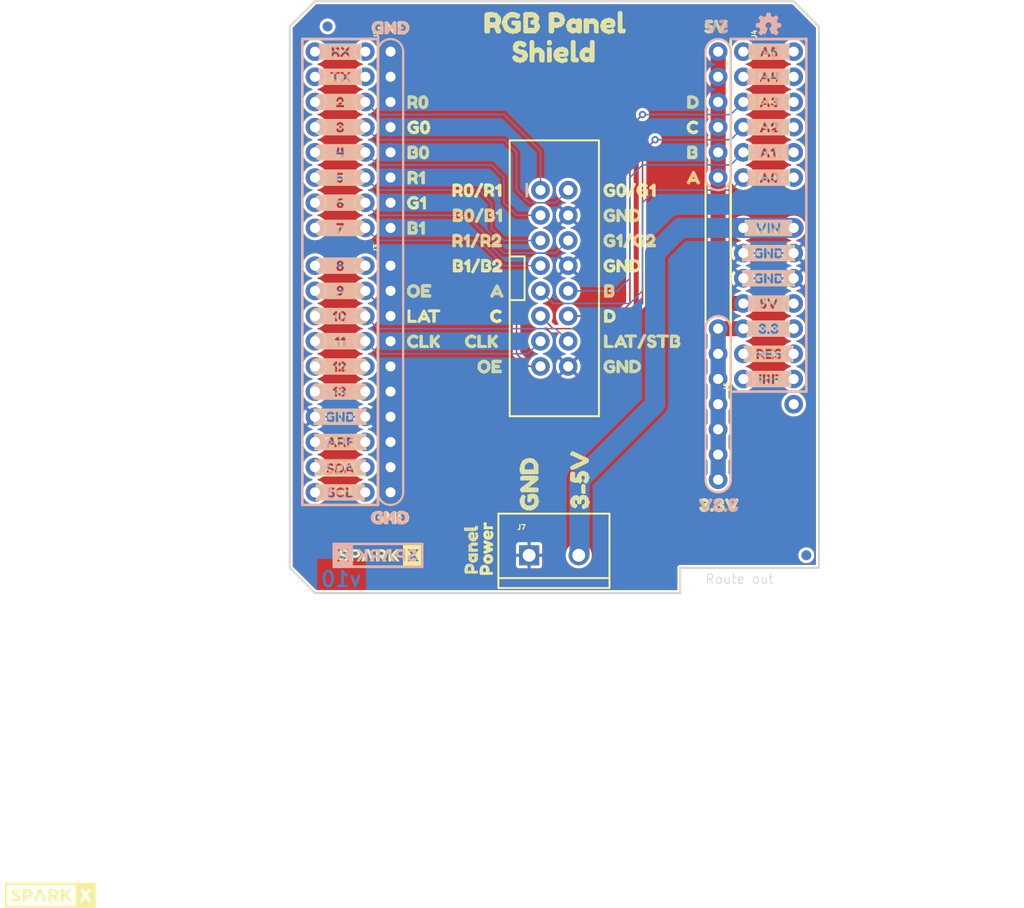
<source format=kicad_pcb>
(kicad_pcb (version 20211014) (generator pcbnew)
  (layers (0 "F.Cu" signal) (31 "B.Cu" signal) (34 "B.Paste" user) (35 "F.Paste" user) (36 "B.SilkS" user "B.Silkscreen") (37 "F.SilkS" user "F.Silkscreen") (38 "B.Mask" user) (39 "F.Mask" user) (44 "Edge.Cuts" user))
  (net 0 "")
  (net 1 "GND")
  (net 2 "3.3V")
  (net 3 "A4")
  (net 4 "A5")
  (net 5 "5V")
  (net 6 "RX")
  (net 7 "TX")
  (net 8 "D8")
  (net 9 "D12")
  (net 10 "D13")
  (net 11 "AREF")
  (net 12 "IOREF")
  (net 13 "RES")
  (net 14 "VIN")
  (net 15 "SCL1")
  (net 16 "SDA1")
  (net 17 "G0")
  (net 18 "R0")
  (net 19 "B0")
  (net 20 "R1")
  (net 21 "B1")
  (net 22 "A")
  (net 23 "C")
  (net 24 "CLK")
  (net 25 "OE")
  (net 26 "LAT")
  (net 27 "D")
  (net 28 "B")
  (net 29 "G1")
  (footprint "eagleBoard:GND40" (layer "F.Cu") (at 128.9431 127.2286)
    (fp_text reference "U$21" hide)
    (fp_text value "" hide)
  )
  (footprint "eagleBoard:1X10_NO_SILK" (layer "F.Cu") (at 129.4511 101.8286 -90)
    (fp_text reference "J3" (at -1.27 -1.397 -90) (layer "F.SilkS") (effects (font (size 0.48768 0.48768) (thickness 0.12192)) (justify left bottom)))
    (fp_text value "")
    (pad "1" thru_hole circle (at 0 0) (size 1.8796 1.8796) (drill 1.016) (layers *.Cu *.Mask) (net 8 "D8"))
    (pad "2" thru_hole circle (at 2.54 0) (size 1.8796 1.8796) (drill 1.016) (layers *.Cu *.Mask) (net 25 "OE"))
    (pad "3" thru_hole circle (at 5.08 0) (size 1.8796 1.8796) (drill 1.016) (layers *.Cu *.Mask) (net 26 "LAT"))
    (pad "4" thru_hole circle (at 7.62 0) (size 1.8796 1.8796) (drill 1.016) (layers *.Cu *.Mask) (net 24 "CLK"))
    (pad "5" thru_hole circle (at 10.16 0) (size 1.8796 1.8796) (drill 1.016) (layers *.Cu *.Mask) (net 9 "D12"))
    (pad "6" thru_hole circle (at 12.7 0) (size 1.8796 1.8796) (drill 1.016) (layers *.Cu *.Mask) (net 10 "D13"))
    (pad "7" thru_hole circle (at 15.24 0) (size 1.8796 1.8796) (drill 1.016) (layers *.Cu *.Mask) (net 1 "GND"))
    (pad "8" thru_hole circle (at 17.78 0) (size 1.8796 1.8796) (drill 1.016) (layers *.Cu *.Mask) (net 11 "AREF"))
    (pad "9" thru_hole circle (at 20.32 0) (size 1.8796 1.8796) (drill 1.016) (layers *.Cu *.Mask) (net 16 "SDA1"))
    (pad "10" thru_hole circle (at 22.86 0) (size 1.8796 1.8796) (drill 1.016) (layers *.Cu *.Mask) (net 15 "SCL1"))
  )
  (footprint "eagleBoard:G14" (layer "F.Cu") (at 132.4991 95.4786)
    (fp_text reference "U$118" hide)
    (fp_text value "" hide)
  )
  (footprint "eagleBoard:GND48" (layer "F.Cu") (at 152.3111 101.8286)
    (fp_text reference "U$38" hide)
    (fp_text value "" hide)
  )
  (footprint "eagleBoard:1X08_NO_SILK" (layer "F.Cu") (at 129.4511 80.2386 -90)
    (fp_text reference "J2" (at -1.27 -1.397 -90) (layer "F.SilkS") (effects (font (size 0.48768 0.48768) (thickness 0.12192)) (justify left bottom)))
    (fp_text value "")
    (pad "1" thru_hole circle (at 0 0) (size 1.8796 1.8796) (drill 1.016) (layers *.Cu *.Mask) (net 6 "RX"))
    (pad "2" thru_hole circle (at 2.54 0) (size 1.8796 1.8796) (drill 1.016) (layers *.Cu *.Mask) (net 7 "TX"))
    (pad "3" thru_hole circle (at 5.08 0) (size 1.8796 1.8796) (drill 1.016) (layers *.Cu *.Mask) (net 18 "R0"))
    (pad "4" thru_hole circle (at 7.62 0) (size 1.8796 1.8796) (drill 1.016) (layers *.Cu *.Mask) (net 17 "G0"))
    (pad "5" thru_hole circle (at 10.16 0) (size 1.8796 1.8796) (drill 1.016) (layers *.Cu *.Mask) (net 19 "B0"))
    (pad "6" thru_hole circle (at 12.7 0) (size 1.8796 1.8796) (drill 1.016) (layers *.Cu *.Mask) (net 20 "R1"))
    (pad "7" thru_hole circle (at 15.24 0) (size 1.8796 1.8796) (drill 1.016) (layers *.Cu *.Mask) (net 29 "G1"))
    (pad "8" thru_hole circle (at 17.78 0) (size 1.8796 1.8796) (drill 1.016) (layers *.Cu *.Mask) (net 21 "B1"))
  )
  (footprint "eagleBoard:____11____11" (layer "F.Cu") (at 123.9901 109.4486)
    (fp_text reference "U$17" hide)
    (fp_text value "" hide)
  )
  (footprint "eagleBoard:__A2__21" (layer "F.Cu") (at 167.5511 87.8586)
    (fp_text reference "U$47" hide)
    (fp_text value "" hide)
  )
  (footprint "eagleBoard:__RES__28" (layer "F.Cu") (at 167.1701 110.7186)
    (fp_text reference "U$57" hide)
    (fp_text value "" hide)
  )
  (footprint "eagleBoard:GND2" (layer "F.Cu") (at 145.9611 128.1176 90)
    (fp_text reference "U$11" hide)
    (fp_text value "" hide)
  )
  (footprint "eagleBoard:B15" (layer "F.Cu") (at 132.4991 98.0186)
    (fp_text reference "U$112" hide)
    (fp_text value "" hide)
  )
  (footprint "eagleBoard:CLK38" (layer "F.Cu") (at 132.4991 109.4486)
    (fp_text reference "U$121" hide)
    (fp_text value "" hide)
  )
  (footprint "eagleBoard:1X07_NO_SILK" (layer "F.Cu") (at 167.5511 113.2586 90)
    (fp_text reference "J6" (at -1.27 -1.397 90) (layer "F.SilkS") (effects (font (size 0.48768 0.48768) (thickness 0.12192)) (justify left bottom)))
    (fp_text value "")
    (pad "1" thru_hole circle (at 0 0 180) (size 1.8796 1.8796) (drill 1.016) (layers *.Cu *.Mask) (net 12 "IOREF"))
    (pad "2" thru_hole circle (at 2.54 0 180) (size 1.8796 1.8796) (drill 1.016) (layers *.Cu *.Mask) (net 13 "RES"))
    (pad "3" thru_hole circle (at 5.08 0 180) (size 1.8796 1.8796) (drill 1.016) (layers *.Cu *.Mask) (net 2 "3.3V"))
    (pad "4" thru_hole circle (at 7.62 0 180) (size 1.8796 1.8796) (drill 1.016) (layers *.Cu *.Mask) (net 5 "5V"))
    (pad "5" thru_hole circle (at 10.16 0 180) (size 1.8796 1.8796) (drill 1.016) (layers *.Cu *.Mask) (net 1 "GND"))
    (pad "6" thru_hole circle (at 12.7 0 180) (size 1.8796 1.8796) (drill 1.016) (layers *.Cu *.Mask) (net 1 "GND"))
    (pad "7" thru_hole circle (at 15.24 0 180) (size 1.8796 1.8796) (drill 1.016) (layers *.Cu *.Mask) (net 14 "VIN"))
  )
  (footprint "eagleBoard:__GND__25" (layer "F.Cu") (at 166.9161 100.5586)
    (fp_text reference "U$55" hide)
    (fp_text value "" hide)
  )
  (footprint "eagleBoard:FIDUCIAL-1X2" (layer "F.Cu") (at 173.9011 131.0386)
    (fp_text reference "FD1" hide)
    (fp_text value "FIDUCIAL1X2" hide)
    (pad "1" smd roundrect (at 0 0) (size 1 1) (layers "F.Cu" "F.Mask") (roundrect_rratio 0.5))
  )
  (footprint "eagleBoard:SPARKX-MEDIUM" (layer "F.Cu") (at 130.7211 131.0386)
    (fp_text reference "U$2" hide)
    (fp_text value "" hide)
  )
  (footprint "eagleBoard:A36" (layer "F.Cu") (at 140.8811 104.3686)
    (fp_text reference "U$28" hide)
    (fp_text value "" hide)
  )
  (footprint "eagleBoard:__SCL__17" (layer "F.Cu") (at 123.9901 124.6886)
    (fp_text reference "U$58" hide)
    (fp_text value "" hide)
  )
  (footprint "eagleBoard:D42" (layer "F.Cu") (at 152.3111 106.9086)
    (fp_text reference "U$34" hide)
    (fp_text value "" hide)
  )
  (footprint "eagleBoard:B43" (layer "F.Cu") (at 152.3111 104.3686)
    (fp_text reference "U$31" hide)
    (fp_text value "" hide)
  )
  (footprint "eagleBoard:R0#R131" (layer "F.Cu") (at 137.0711 94.2086)
    (fp_text reference "U$41" hide)
    (fp_text value "" hide)
  )
  (footprint "eagleBoard:____3____3" (layer "F.Cu") (at 124.1171 87.8586)
    (fp_text reference "U$7" hide)
    (fp_text value "" hide)
  )
  (footprint "eagleBoard:SPARKX-MEDIUM" (layer "F.Cu") (at 97.7011 165.3286)
    (fp_text reference "U$91" hide)
    (fp_text value "SPARKX-LOGO4" hide)
  )
  (footprint "eagleBoard:____13____13" (layer "F.Cu") (at 123.7361 114.5286)
    (fp_text reference "U$20" hide)
    (fp_text value "" hide)
  )
  (footprint "eagleBoard:SCREWTERMINAL-5MM-2" (layer "F.Cu") (at 145.9611 131.0386)
    (fp_text reference "J7" (at -1.27 -2.54) (layer "F.SilkS") (effects (font (size 0.48768 0.48768) (thickness 0.12192)) (justify left bottom)))
    (fp_text value "Screw Terminal")
    (pad "1" thru_hole rect (at 0 0) (size 2.032 2.032) (drill 1.3) (layers *.Cu *.Mask) (net 1 "GND"))
    (pad "2" thru_hole circle (at 5 0) (size 2.032 2.032) (drill 1.3) (layers *.Cu *.Mask) (net 14 "VIN"))
  )
  (footprint "eagleBoard:____12____12" (layer "F.Cu") (at 123.7361 111.9886)
    (fp_text reference "U$18" hide)
    (fp_text value "" hide)
  )
  (footprint "eagleBoard:SHIELD0" (layer "F.Cu") (at 142.4051 80.2386)
    (fp_text reference "U$124" hide)
    (fp_text value "" hide)
  )
  (footprint "eagleBoard:C37" (layer "F.Cu") (at 140.8811 106.9086)
    (fp_text reference "U$32" hide)
    (fp_text value "" hide)
  )
  (footprint "eagleBoard:LAT0" (layer "F.Cu") (at 132.4991 106.9086)
    (fp_text reference "U$123" hide)
    (fp_text value "" hide)
  )
  (footprint "eagleBoard:G01" (layer "F.Cu") (at 132.4991 87.8586)
    (fp_text reference "U$117" hide)
    (fp_text value "" hide)
  )
  (footprint "eagleBoard:CLK38" (layer "F.Cu") (at 138.3411 109.4486)
    (fp_text reference "U$33" hide)
    (fp_text value "" hide)
  )
  (footprint "eagleBoard:PANEL0" (layer "F.Cu") (at 140.1191 134.0866 90)
    (fp_text reference "U$16" hide)
    (fp_text value "" hide)
  )
  (footprint "eagleBoard:__3#3__27" (layer "F.Cu") (at 167.4241 108.1786)
    (fp_text reference "U$45" hide)
    (fp_text value "" hide)
  )
  (footprint "eagleBoard:LAT#STB41" (layer "F.Cu") (at 152.3111 109.4486)
    (fp_text reference "U$39" hide)
    (fp_text value "" hide)
  )
  (footprint "eagleBoard:R12" (layer "F.Cu") (at 132.4991 92.9386)
    (fp_text reference "U$120" hide)
    (fp_text value "" hide)
  )
  (footprint "eagleBoard:____10____10" (layer "F.Cu") (at 123.7361 106.9086)
    (fp_text reference "U$15" hide)
    (fp_text value "" hide)
  )
  (footprint "eagleBoard:__IRF__29" (layer "F.Cu") (at 167.4241 113.2586)
    (fp_text reference "U$56" hide)
    (fp_text value "" hide)
  )
  (footprint "eagleBoard:RGB_PANEL2" (layer "F.Cu") (at 139.6111 77.3176)
    (fp_text reference "U$23" hide)
    (fp_text value "" hide)
  )
  (footprint "eagleBoard:____2____1" (layer "F.Cu") (at 124.1171 85.3186)
    (fp_text reference "U$6" hide)
    (fp_text value "" hide)
  )
  (footprint "eagleBoard:D42" (layer "F.Cu") (at 160.6931 85.3186)
    (fp_text reference "U$1" hide)
    (fp_text value "" hide)
  )
  (footprint "eagleBoard:3#5V3" (layer "F.Cu") (at 151.0411 127.9906 90)
    (fp_text reference "U$5" hide)
    (fp_text value "" hide)
  )
  (footprint "eagleBoard:__A3__20" (layer "F.Cu") (at 167.5511 85.3186)
    (fp_text reference "U$49" hide)
    (fp_text value "" hide)
  )
  (footprint "eagleBoard:3#3V46" (layer "F.Cu") (at 161.9631 125.9586)
    (fp_text reference "U$25" hide)
    (fp_text value "" hide)
  )
  (footprint "eagleBoard:__TX__0" (layer "F.Cu") (at 124.2441 82.7786)
    (fp_text reference "U$60" hide)
    (fp_text value "" hide)
  )
  (footprint "eagleBoard:G0#G145" (layer "F.Cu") (at 152.3111 94.2086)
    (fp_text reference "U$35" hide)
    (fp_text value "" hide)
  )
  (footprint "eagleBoard:B03" (layer "F.Cu") (at 132.4991 90.3986)
    (fp_text reference "U$116" hide)
    (fp_text value "" hide)
  )
  (footprint "eagleBoard:FIDUCIAL-1X2" (layer "F.Cu") (at 125.6411 77.6986)
    (fp_text reference "FD2" hide)
    (fp_text value "FIDUCIAL1X2" hide)
    (pad "1" smd roundrect (at 0 0) (size 1 1) (layers "F.Cu" "F.Mask") (roundrect_rratio 0.5))
  )
  (footprint "eagleBoard:____4____4" (layer "F.Cu") (at 124.1171 90.3986)
    (fp_text reference "U$8" hide)
    (fp_text value "" hide)
  )
  (footprint "eagleBoard:B43" (layer "F.Cu") (at 160.6931 90.3986)
    (fp_text reference "U$114" hide)
    (fp_text value "" hide)
  )
  (footprint "eagleBoard:____9____9" (layer "F.Cu") (at 124.1171 104.3686)
    (fp_text reference "U$14" hide)
    (fp_text value "" hide)
  )
  (footprint "eagleBoard:1X06_NO_SILK" (layer "F.Cu") (at 167.5511 80.2386 -90)
    (fp_text reference "J4" (at -1.27 -1.397 -90) (layer "F.SilkS") (effects (font (size 0.48768 0.48768) (thickness 0.12192)) (justify left bottom)))
    (fp_text value "")
    (pad "1" thru_hole circle (at 0 0) (size 1.8796 1.8796) (drill 1.016) (layers *.Cu *.Mask) (net 4 "A5"))
    (pad "2" thru_hole circle (at 2.54 0) (size 1.8796 1.8796) (drill 1.016) (layers *.Cu *.Mask) (net 3 "A4"))
    (pad "3" thru_hole circle (at 5.08 0) (size 1.8796 1.8796) (drill 1.016) (layers *.Cu *.Mask) (net 27 "D"))
    (pad "4" thru_hole circle (at 7.62 0) (size 1.8796 1.8796) (drill 1.016) (layers *.Cu *.Mask) (net 23 "C"))
    (pad "5" thru_hole circle (at 10.16 0) (size 1.8796 1.8796) (drill 1.016) (layers *.Cu *.Mask) (net 28 "B"))
    (pad "6" thru_hole circle (at 12.7 0) (size 1.8796 1.8796) (drill 1.016) (layers *.Cu *.Mask) (net 22 "A"))
  )
  (footprint "eagleBoard:GND40" (layer "F.Cu") (at 152.3111 111.9886)
    (fp_text reference "U$37" hide)
    (fp_text value "" hide)
  )
  (footprint "eagleBoard:B1#B235" (layer "F.Cu") (at 137.0711 101.8286)
    (fp_text reference "U$30" hide)
    (fp_text value "" hide)
  )
  (footprint "eagleBoard:__A0__23" (layer "F.Cu") (at 167.5511 92.9386)
    (fp_text reference "U$44" hide)
    (fp_text value "" hide)
  )
  (footprint "eagleBoard:OE39" (layer "F.Cu") (at 132.4991 104.3686)
    (fp_text reference "U$122" hide)
    (fp_text value "" hide)
  )
  (footprint "eagleBoard:__RX__0" (layer "F.Cu") (at 124.3711 80.2386)
    (fp_text reference "U$24" hide)
    (fp_text value "" hide)
  )
  (footprint "eagleBoard:____5____5" (layer "F.Cu") (at 124.1171 92.9386)
    (fp_text reference "U$9" hide)
    (fp_text value "" hide)
  )
  (footprint "eagleBoard:R00" (layer "F.Cu") (at 132.4991 85.3186)
    (fp_text reference "U$119" hide)
    (fp_text value "" hide)
  )
  (footprint "eagleBoard:5V47" (layer "F.Cu") (at 162.4711 77.6986)
    (fp_text reference "U$26" hide)
    (fp_text value "" hide)
  )
  (footprint "eagleBoard:2X8-SHROUDED_LOCK" (layer "F.Cu") (at 148.5011 103.0986)
    (fp_text reference "J8" hide)
    (fp_text value "SparkFun Panel" hide)
    (pad "1" thru_hole circle (at -1.397 -8.89 270) (size 1.8796 1.8796) (drill 1.016) (layers *.Cu *.Mask) (net 18 "R0"))
    (pad "2" thru_hole circle (at 1.397 -8.89 270) (size 1.8796 1.8796) (drill 1.016) (layers *.Cu *.Mask) (net 17 "G0"))
    (pad "3" thru_hole circle (at -1.397 -6.35 270) (size 1.8796 1.8796) (drill 1.016) (layers *.Cu *.Mask) (net 19 "B0"))
    (pad "4" thru_hole circle (at 1.397 -6.35 270) (size 1.8796 1.8796) (drill 1.016) (layers *.Cu *.Mask) (net 1 "GND"))
    (pad "5" thru_hole circle (at -1.397 -3.81 270) (size 1.8796 1.8796) (drill 1.016) (layers *.Cu *.Mask) (net 20 "R1"))
    (pad "6" thru_hole circle (at 1.397 -3.81 270) (size 1.8796 1.8796) (drill 1.016) (layers *.Cu *.Mask) (net 29 "G1"))
    (pad "7" thru_hole circle (at -1.397 -1.27 270) (size 1.8796 1.8796) (drill 1.016) (layers *.Cu *.Mask) (net 21 "B1"))
    (pad "8" thru_hole circle (at 1.397 -1.27 270) (size 1.8796 1.8796) (drill 1.016) (layers *.Cu *.Mask) (net 1 "GND"))
    (pad "9" thru_hole circle (at -1.397 1.27 270) (size 1.8796 1.8796) (drill 1.016) (layers *.Cu *.Mask) (net 22 "A"))
    (pad "10" thru_hole circle (at 1.397 1.27 270) (size 1.8796 1.8796) (drill 1.016) (layers *.Cu *.Mask) (net 28 "B"))
    (pad "11" thru_hole circle (at -1.397 3.81 270) (size 1.8796 1.8796) (drill 1.016) (layers *.Cu *.Mask) (net 23 "C"))
    (pad "12" thru_hole circle (at 1.397 3.81 270) (size 1.8796 1.8796) (drill 1.016) (layers *.Cu *.Mask) (net 27 "D"))
    (pad "13" thru_hole circle (at -1.397 6.35 270) (size 1.8796 1.8796) (drill 1.016) (layers *.Cu *.Mask) (net 24 "CLK"))
    (pad "14" thru_hole circle (at 1.397 6.35 270) (size 1.8796 1.8796) (drill 1.016) (layers *.Cu *.Mask) (net 26 "LAT"))
    (pad "15" thru_hole circle (at -1.397 8.89 270) (size 1.8796 1.8796) (drill 1.016) (layers *.Cu *.Mask) (net 25 "OE"))
    (pad "16" thru_hole circle (at 1.397 8.89 270) (size 1.8796 1.8796) (drill 1.016) (layers *.Cu *.Mask) (net 1 "GND"))
  )
  (footprint "eagleBoard:__A4__19" (layer "F.Cu") (at 167.5511 82.7786)
    (fp_text reference "U$50" hide)
    (fp_text value "" hide)
  )
  (footprint "eagleBoard:GND48" (layer "F.Cu") (at 152.3111 96.7486)
    (fp_text reference "U$4" hide)
    (fp_text value "" hide)
  )
  (footprint "eagleBoard:G1#G244" (layer "F.Cu") (at 152.3111 99.2886)
    (fp_text reference "U$36" hide)
    (fp_text value "" hide)
  )
  (footprint "eagleBoard:OE39" (layer "F.Cu") (at 139.6111 111.9886)
    (fp_text reference "U$40" hide)
    (fp_text value "" hide)
  )
  (footprint "eagleBoard:B0#B132" (layer "F.Cu") (at 137.0711 96.7486)
    (fp_text reference "U$29" hide)
    (fp_text value "" hide)
  )
  (footprint "eagleBoard:GND40" (layer "F.Cu") (at 128.9431 77.8256)
    (fp_text reference "U$22" hide)
    (fp_text value "" hide)
  )
  (footprint "eagleBoard:__VIN__24" (layer "F.Cu") (at 167.1701 98.0186)
    (fp_text reference "U$61" hide)
    (fp_text value "" hide)
  )
  (footprint "eagleBoard:__ARF__15" (layer "F.Cu") (at 123.8631 119.6086)
    (fp_text reference "U$52" hide)
    (fp_text value "" hide)
  )
  (footprint "eagleBoard:__GND__25" (layer "F.Cu") (at 166.9161 103.0986)
    (fp_text reference "U$54" hide)
    (fp_text value "" hide)
  )
  (footprint "eagleBoard:C37" (layer "F.Cu") (at 160.6931 87.8586)
    (fp_text reference "U$113" hide)
    (fp_text value "" hide)
  )
  (footprint "eagleBoard:UNO_R3_SHIELD_NOLABELS" (layer "F.Cu") (at 121.8311 134.8486)
    (fp_text reference "U1" hide)
    (fp_text value "ARDUINO UNO" hide)
    (pad "3.3V" thru_hole circle (at 50.8 -26.67 90) (size 1.8796 1.8796) (drill 1.016) (layers *.Cu *.Mask) (net 2 "3.3V"))
    (pad "5V" thru_hole circle (at 50.8 -29.21 90) (size 1.8796 1.8796) (drill 1.016) (layers *.Cu *.Mask) (net 5 "5V"))
    (pad "A0" thru_hole circle (at 50.8 -41.91 90) (size 1.8796 1.8796) (drill 1.016) (layers *.Cu *.Mask) (net 22 "A"))
    (pad "A1" thru_hole circle (at 50.8 -44.45 90) (size 1.8796 1.8796) (drill 1.016) (layers *.Cu *.Mask) (net 28 "B"))
    (pad "A2" thru_hole circle (at 50.8 -46.99 90) (size 1.8796 1.8796) (drill 1.016) (layers *.Cu *.Mask) (net 23 "C"))
    (pad "A3" thru_hole circle (at 50.8 -49.53 90) (size 1.8796 1.8796) (drill 1.016) (layers *.Cu *.Mask) (net 27 "D"))
    (pad "A4" thru_hole circle (at 50.8 -52.07 90) (size 1.8796 1.8796) (drill 1.016) (layers *.Cu *.Mask) (net 3 "A4"))
    (pad "A5" thru_hole circle (at 50.8 -54.61 90) (size 1.8796 1.8796) (drill 1.016) (layers *.Cu *.Mask) (net 4 "A5"))
    (pad "AREF" thru_hole circle (at 2.54 -15.24 90) (size 1.8796 1.8796) (drill 1.016) (layers *.Cu *.Mask) (net 11 "AREF"))
    (pad "D2" thru_hole circle (at 2.54 -49.53 90) (size 1.8796 1.8796) (drill 1.016) (layers *.Cu *.Mask) (net 18 "R0"))
    (pad "D3" thru_hole circle (at 2.54 -46.99 90) (size 1.8796 1.8796) (drill 1.016) (layers *.Cu *.Mask) (net 17 "G0"))
    (pad "D4" thru_hole circle (at 2.54 -44.45 90) (size 1.8796 1.8796) (drill 1.016) (layers *.Cu *.Mask) (net 19 "B0"))
    (pad "D5" thru_hole circle (at 2.54 -41.91 90) (size 1.8796 1.8796) (drill 1.016) (layers *.Cu *.Mask) (net 20 "R1"))
    (pad "D6" thru_hole circle (at 2.54 -39.37 90) (size 1.8796 1.8796) (drill 1.016) (layers *.Cu *.Mask) (net 29 "G1"))
    (pad "D7" thru_hole circle (at 2.54 -36.83 90) (size 1.8796 1.8796) (drill 1.016) (layers *.Cu *.Mask) (net 21 "B1"))
    (pad "D8" thru_hole circle (at 2.54 -33.02 90) (size 1.8796 1.8796) (drill 1.016) (layers *.Cu *.Mask) (net 8 "D8"))
    (pad "D9" thru_hole circle (at 2.54 -30.48 90) (size 1.8796 1.8796) (drill 1.016) (layers *.Cu *.Mask) (net 25 "OE"))
    (pad "D10" thru_hole circle (at 2.54 -27.94 90) (size 1.8796 1.8796) (drill 1.016) (layers *.Cu *.Mask) (net 26 "LAT"))
    (pad "D11" thru_hole circle (at 2.54 -25.4 90) (size 1.8796 1.8796) (drill 1.016) (layers *.Cu *.Mask) (net 24 "CLK"))
    (pad "D12" thru_hole circle (at 2.54 -22.86 90) (size 1.8796 1.8796) (drill 1.016) (layers *.Cu *.Mask) (net 9 "D12"))
    (pad "D13" thru_hole circle (at 2.54 -20.32 90) (size 1.8796 1.8796) (drill 1.016) (layers *.Cu *.Mask) (net 10 "D13"))
    (pad "GND@0" thru_hole circle (at 50.8 -31.75 90) (size 1.8796 1.8796) (drill 1.016) (layers *.Cu *.Mask) (net 1 "GND"))
    (pad "GND@1" thru_hole circle (at 50.8 -34.29 90) (size 1.8796 1.8796) (drill 1.016) (layers *.Cu *.Mask) (net 1 "GND"))
    (pad "GND@2" thru_hole circle (at 2.54 -17.78 90) (size 1.8796 1.8796) (drill 1.016) (layers *.Cu *.Mask) (net 1 "GND"))
    (pad "IOREF" thru_hole circle (at 50.8 -21.59 90) (size 1.8796 1.8796) (drill 1.016) (layers *.Cu *.Mask) (net 12 "IOREF"))
    (pad "NC" thru_hole circle (at 50.8 -19.05 90) (size 1.8796 1.8796) (drill 1.016) (layers *.Cu *.Mask))
    (pad "RES" thru_hole circle (at 50.8 -24.13 90) (size 1.8796 1.8796) (drill 1.016) (layers *.Cu *.Mask) (net 13 "RES"))
    (pad "RX" thru_hole circle (at 2.54 -54.61 90) (size 1.8796 1.8796) (drill 1.016) (layers *.Cu *.Mask) (net 6 "RX"))
    (pad "SCL" thru_hole circle (at 2.54 -10.16 90) (size 1.8796 1.8796) (drill 1.016) (layers *.Cu *.Mask) (net 15 "SCL1"))
    (pad "SDA" thru_hole circle (at 2.54 -12.7 90) (size 1.8796 1.8796) (drill 1.016) (layers *.Cu *.Mask) (net 16 "SDA1"))
    (pad "TX" thru_hole circle (at 2.54 -52.07 90) (size 1.8796 1.8796) (drill 1.016) (layers *.Cu *.Mask) (net 7 "TX"))
    (pad "VIN" thru_hole circle (at 50.8 -36.83 90) (size 1.8796 1.8796) (drill 1.016) (layers *.Cu *.Mask) (net 14 "VIN"))
  )
  (footprint "eagleBoard:__A5__18" (layer "F.Cu") (at 167.5511 80.2386)
    (fp_text reference "U$51" hide)
    (fp_text value "" hide)
  )
  (footprint "eagleBoard:____6____6" (layer "F.Cu") (at 124.1171 95.4786)
    (fp_text reference "U$10" hide)
    (fp_text value "" hide)
  )
  (footprint "eagleBoard:____7____7" (layer "F.Cu") (at 124.1171 98.0186)
    (fp_text reference "U$12" hide)
    (fp_text value "" hide)
  )
  (footprint "eagleBoard:CREATIVE_COMMONS" (layer "F.Cu") (at 112.9411 162.7886)
    (fp_text reference "FRAME1" hide)
    (fp_text value "FRAME-LETTER" hide)
  )
  (footprint "eagleBoard:__A1__22" (layer "F.Cu") (at 167.5511 90.3986)
    (fp_text reference "U$46" hide)
    (fp_text value "" hide)
  )
  (footprint "eagleBoard:R1#R234" (layer "F.Cu") (at 137.0711 99.2886)
    (fp_text reference "U$42" hide)
    (fp_text value "" hide)
  )
  (footprint "eagleBoard:____8____8" (layer "F.Cu") (at 124.1171 101.8286)
    (fp_text reference "U$13" hide)
    (fp_text value "" hide)
  )
  (footprint "eagleBoard:__SDA__16" (layer "F.Cu") (at 123.8631 122.2756)
    (fp_text reference "U$59" hide)
    (fp_text value "" hide)
  )
  (footprint "eagleBoard:A36" (layer "F.Cu") (at 160.6931 92.9386)
    (fp_text reference "U$115" hide)
    (fp_text value "" hide)
  )
  (footprint "eagleBoard:C37" (layer "F.Cu") (at 140.8811 106.9086)
    (fp_text reference "U$3" hide)
    (fp_text value "" hide)
  )
  (footprint "eagleBoard:__GND__14" (layer "F.Cu") (at 123.7361 117.0686)
    (fp_text reference "U$53" hide)
    (fp_text value "" hide)
  )
  (footprint "eagleBoard:POWER1" (layer "F.Cu") (at 141.6431 134.2136 90)
    (fp_text reference "U$19" hide)
    (fp_text value "" hide)
  )
  (footprint "eagleBoard:__5V__26" (layer "F.Cu") (at 167.5511 105.6386)
    (fp_text reference "U$48" hide)
    (fp_text value "" hide)
  )
  (footprint "eagleBoard:__A4__19" (layer "B.Cu") (at 172.6311 82.7786 180)
    (fp_text reference "U$66" hide)
    (fp_text value "" hide)
  )
  (footprint "eagleBoard:__TX__0" (layer "B.Cu") (at 129.5781 82.7786 180)
    (fp_text reference "U$78" hide)
    (fp_text value "" hide)
  )
  (footprint "eagleBoard:__GND__14" (layer "B.Cu") (at 130.0861 117.0686 180)
    (fp_text reference "U$75" hide)
    (fp_text value "" hide)
  )
  (footprint "eagleBoard:____8____8" (layer "B.Cu") (at 129.7051 101.8286 180)
    (fp_text reference "U$85" hide)
    (fp_text value "" hide)
  )
  (footprint "eagleBoard:__SCL__17" (layer "B.Cu") (at 129.8321 124.6886 180)
    (fp_text reference "U$76" hide)
    (fp_text value "" hide)
  )
  (footprint "eagleBoard:____13____13" (layer "B.Cu") (at 129.9591 114.5286 180)
    (fp_text reference "U$90" hide)
    (fp_text value "" hide)
  )
  (footprint "eagleBoard:__3#3__27" (layer "B.Cu") (at 172.7581 108.1786 180)
    (fp_text reference "U$27" hide)
    (fp_text value "" hide)
  )
  (footprint "eagleBoard:____5____5" (layer "B.Cu") (at 129.7051 92.9386 180)
    (fp_text reference "U$82" hide)
    (fp_text value "" hide)
  )
  (footprint "eagleBoard:OSHW-LOGO-MINI" (layer "B.Cu") (at 170.0911 77.5716 180)
    (fp_text reference "LOGO1" hide)
    (fp_text value "OSHW-LOGOMINI" hide)
  )
  (footprint "eagleBoard:GND40" (layer "B.Cu") (at 134.9121 127.2286 180)
    (fp_text reference "U$109" hide)
    (fp_text value "" hide)
  )
  (footprint "eagleBoard:____10____10" (layer "B.Cu") (at 129.9591 106.9086 180)
    (fp_text reference "U$87" hide)
    (fp_text value "" hide)
  )
  (footprint "eagleBoard:__RES__28" (layer "B.Cu") (at 173.0121 110.7186 180)
    (fp_text reference "U$69" hide)
    (fp_text value "" hide)
  )
  (footprint "eagleBoard:__VIN__24" (layer "B.Cu") (at 173.0121 98.0186 180)
    (fp_text reference "U$70" hide)
    (fp_text value "" hide)
  )
  (footprint "eagleBoard:FIDUCIAL-1X2" (layer "B.Cu") (at 173.9011 131.0386 180)
    (fp_text reference "FD3" hide)
    (fp_text value "FIDUCIAL1X2" hide)
    (pad "1" smd roundrect (at 0 0 180) (size 1 1) (layers "B.Cu" "B.Mask") (roundrect_rratio 0.5))
  )
  (footprint "eagleBoard:SPARKX-MEDIUM" (layer "B.Cu") (at 130.7211 131.0386 180)
    (fp_text reference "U$128" hide)
    (fp_text value "" hide)
  )
  (footprint "eagleBoard:____6____6" (layer "B.Cu") (at 129.7051 95.4786 180)
    (fp_text reference "U$83" hide)
    (fp_text value "" hide)
  )
  (footprint "eagleBoard:__IRF__29" (layer "B.Cu") (at 172.7581 113.2586 180)
    (fp_text reference "U$71" hide)
    (fp_text value "" hide)
  )
  (footprint "eagleBoard:GND40" (layer "B.Cu") (at 135.0391 77.8256 180)
    (fp_text reference "U$108" hide)
    (fp_text value "" hide)
  )
  (footprint "eagleBoard:__SDA__16" (layer "B.Cu") (at 129.9591 122.1486 180)
    (fp_text reference "U$77" hide)
    (fp_text value "" hide)
  )
  (footprint "eagleBoard:____7____7" (layer "B.Cu") (at 129.7051 98.0186 180)
    (fp_text reference "U$84" hide)
    (fp_text value "" hide)
  )
  (footprint "eagleBoard:__ARF__15" (layer "B.Cu") (at 129.9591 119.6086 180)
    (fp_text reference "U$74" hide)
    (fp_text value "" hide)
  )
  (footprint "eagleBoard:____2____1" (layer "B.Cu") (at 129.7051 85.3186 180)
    (fp_text reference "U$79" hide)
    (fp_text value "" hide)
  )
  (footprint "eagleBoard:__A3__20" (layer "B.Cu") (at 172.6311 85.3186 180)
    (fp_text reference "U$65" hide)
    (fp_text value "" hide)
  )
  (footprint "eagleBoard:__A1__22" (layer "B.Cu") (at 172.6311 90.3986 180)
    (fp_text reference "U$63" hide)
    (fp_text value "" hide)
  )
  (footprint "eagleBoard:____3____3" (layer "B.Cu") (at 129.7051 87.8586 180)
    (fp_text reference "U$80" hide)
    (fp_text value "" hide)
  )
  (footprint "eagleBoard:____4____4" (layer "B.Cu") (at 129.7051 90.3986 180)
    (fp_text reference "U$81" hide)
    (fp_text value "" hide)
  )
  (footprint "eagleBoard:__A2__21" (layer "B.Cu") (at 172.6311 87.8586 180)
    (fp_text reference "U$64" hide)
    (fp_text value "" hide)
  )
  (footprint "eagleBoard:FIDUCIAL-1X2" (layer "B.Cu") (at 125.6411 77.6986 180)
    (fp_text reference "FD4" hide)
    (fp_text value "FIDUCIAL1X2" hide)
    (pad "1" smd roundrect (at 0 0 180) (size 1 1) (layers "B.Cu" "B.Mask") (roundrect_rratio 0.5))
  )
  (footprint "eagleBoard:__GND__25" (layer "B.Cu") (at 173.2661 100.5586 180)
    (fp_text reference "U$68" hide)
    (fp_text value "" hide)
  )
  (footprint "eagleBoard:____9____9" (layer "B.Cu") (at 129.7051 104.3686 180)
    (fp_text reference "U$86" hide)
    (fp_text value "" hide)
  )
  (footprint "eagleBoard:3#3V46" (layer "B.Cu") (at 168.1861 125.9586 180)
    (fp_text reference "U$110" hide)
    (fp_text value "" hide)
  )
  (footprint "eagleBoard:__A0__23" (layer "B.Cu") (at 172.6311 92.9386 180)
    (fp_text reference "U$62" hide)
    (fp_text value "" hide)
  )
  (footprint "eagleBoard:____11____11" (layer "B.Cu") (at 129.8321 109.4486 180)
    (fp_text reference "U$88" hide)
    (fp_text value "" hide)
  )
  (footprint "eagleBoard:5V47" (layer "B.Cu") (at 167.1701 77.6986 180)
    (fp_text reference "U$107" hide)
    (fp_text value "" hide)
  )
  (footprint "eagleBoard:__RX__0" (layer "B.Cu") (at 129.4511 80.2386 180)
    (fp_text reference "U$73" hide)
    (fp_text value "" hide)
  )
  (footprint "eagleBoard:____12____12" (layer "B.Cu") (at 129.9591 111.9886 180)
    (fp_text reference "U$89" hide)
    (fp_text value "" hide)
  )
  (footprint "eagleBoard:__GND__25" (layer "B.Cu") (at 173.2661 103.0986 180)
    (fp_text reference "U$67" hide)
    (fp_text value "" hide)
  )
  (footprint "eagleBoard:__A5__18" (layer "B.Cu") (at 172.7581 80.2386 180)
    (fp_text reference "U$72" hide)
    (fp_text value "" hide)
  )
  (footprint "eagleBoard:__5V__26" (layer "B.Cu") (at 172.6311 105.6386 180)
    (fp_text reference "U$43" hide)
    (fp_text value "" hide)
  )
  (gr_arc (start 131.9911 125.9586) (mid 131.093074 125.586626) (end 130.7211 124.6886) (layer "B.SilkS") (width 0.2032))
  (gr_line (start 130.7211 125.9586) (end 123.1011 125.9586) (layer "B.SilkS") (width 0.254))
  (gr_line (start 130.7211 80.2386) (end 130.7211 124.6886) (layer "B.SilkS") (width 0.254))
  (gr_line (start 123.1011 78.9686) (end 130.7211 78.9686) (layer "B.SilkS") (width 0.254))
  (gr_line (start 173.9011 114.5286) (end 166.2811 114.5286) (layer "B.SilkS") (width 0.254))
  (gr_arc (start 166.2811 92.9386) (mid 165.909126 93.836626) (end 165.0111 94.2086) (layer "B.SilkS") (width 0.2032))
  (gr_arc (start 133.2611 124.6886) (mid 132.889126 125.586626) (end 131.9911 125.9586) (layer "B.SilkS") (width 0.2032))
  (gr_arc (start 165.0111 124.6886) (mid 164.113074 124.316626) (end 163.7411 123.4186) (layer "B.SilkS") (width 0.2032))
  (gr_arc (start 165.0111 106.9086) (mid 165.909126 107.280574) (end 166.2811 108.1786) (layer "B.SilkS") (width 0.2032))
  (gr_line (start 173.9011 114.5286) (end 173.9011 78.9686) (layer "B.SilkS") (width 0.254))
  (gr_arc (start 130.7211 80.2386) (mid 131.093074 79.340574) (end 131.9911 78.9686) (layer "B.SilkS") (width 0.2032))
  (gr_arc (start 163.7411 80.2386) (mid 164.113074 79.340574) (end 165.0111 78.9686) (layer "B.SilkS") (width 0.2032))
  (gr_line (start 166.2811 114.5286) (end 166.2811 123.4186) (layer "B.SilkS") (width 0.2032))
  (gr_line (start 133.2611 80.2386) (end 133.2611 124.6886) (layer "B.SilkS") (width 0.2032))
  (gr_arc (start 163.7411 108.1786) (mid 164.113074 107.280574) (end 165.0111 106.9086) (layer "B.SilkS") (width 0.2032))
  (gr_line (start 163.7411 108.1786) (end 163.7411 123.4186) (layer "B.SilkS") (width 0.2032))
  (gr_line (start 166.2811 78.9686) (end 173.9011 78.9686) (layer "B.SilkS") (width 0.254))
  (gr_line (start 163.7411 92.9386) (end 163.7411 80.2386) (layer "B.SilkS") (width 0.2032))
  (gr_arc (start 131.9911 78.9686) (mid 132.889126 79.340574) (end 133.2611 80.2386) (layer "B.SilkS") (width 0.2032))
  (gr_line (start 123.1011 78.9686) (end 123.1011 125.9586) (layer "B.SilkS") (width 0.254))
  (gr_arc (start 165.0111 78.9686) (mid 165.909126 79.340574) (end 166.2811 80.2386) (layer "B.SilkS") (width 0.2032))
  (gr_arc (start 165.0111 94.2086) (mid 164.113074 93.836626) (end 163.7411 92.9386) (layer "B.SilkS") (width 0.2032))
  (gr_line (start 166.2811 108.1786) (end 166.2811 114.5286) (layer "B.SilkS") (width 0.2032))
  (gr_arc (start 166.2811 123.4186) (mid 165.909126 124.316626) (end 165.0111 124.6886) (layer "B.SilkS") (width 0.2032))
  (gr_line (start 130.7211 78.9686) (end 130.7211 80.2386) (layer "B.SilkS") (width 0.254))
  (gr_line (start 166.2811 92.9386) (end 166.2811 80.2386) (layer "B.SilkS") (width 0.2032))
  (gr_line (start 130.7211 124.6886) (end 130.7211 125.9586) (layer "B.SilkS") (width 0.254))
  (gr_arc (start 165.0111 94.2086) (mid 164.113074 93.836626) (end 163.7411 92.9386) (layer "F.SilkS") (width 0.2032))
  (gr_line (start 163.7411 123.4186) (end 163.7411 108.1786) (layer "F.SilkS") (width 0.2032))
  (gr_arc (start 166.2811 123.4186) (mid 165.909126 124.316626) (end 165.0111 124.6886) (layer "F.SilkS") (width 0.2032))
  (gr_arc (start 131.9911 125.9586) (mid 131.093074 125.586626) (end 130.7211 124.6886) (layer "F.SilkS") (width 0.2032))
  (gr_line (start 166.2811 114.5286) (end 166.2811 108.1786) (layer "F.SilkS") (width 0.2032))
  (gr_line (start 130.7211 78.9686) (end 130.7211 80.2386) (layer "F.SilkS") (width 0.254))
  (gr_line (start 163.7411 108.1786) (end 163.7411 92.9386) (layer "F.SilkS") (width 0.2032))
  (gr_arc (start 163.7411 80.2386) (mid 164.113074 79.340574) (end 165.0111 78.9686) (layer "F.SilkS") (width 0.2032))
  (gr_line (start 166.2811 92.9386) (end 166.2811 114.5286) (layer "F.SilkS") (width 0.254))
  (gr_line (start 166.2811 80.2386) (end 166.2811 92.9386) (layer "F.SilkS") (width 0.254))
  (gr_line (start 130.7211 124.6886) (end 130.7211 125.9586) (layer "F.SilkS") (width 0.254))
  (gr_line (start 163.7411 92.9386) (end 163.7411 80.2386) (layer "F.SilkS") (width 0.2032))
  (gr_line (start 173.9011 78.9686) (end 166.2811 78.9686) (layer "F.SilkS") (width 0.254))
  (gr_arc (start 163.7411 108.1786) (mid 164.113074 107.280574) (end 165.0111 106.9086) (layer "F.SilkS") (width 0.2032))
  (gr_line (start 123.1011 78.9686) (end 123.1011 125.9586) (layer "F.SilkS") (width 0.254))
  (gr_arc (start 165.0111 124.6886) (mid 164.113074 124.316626) (end 163.7411 123.4186) (layer "F.SilkS") (width 0.2032))
  (gr_arc (start 131.9911 78.9686) (mid 132.889126 79.340574) (end 133.2611 80.2386) (layer "F.SilkS") (width 0.2032))
  (gr_line (start 166.2811 114.5286) (end 173.9011 114.5286) (layer "F.SilkS") (width 0.254))
  (gr_arc (start 130.7211 80.2386) (mid 131.093074 79.340574) (end 131.9911 78.9686) (layer "F.SilkS") (width 0.2032))
  (gr_line (start 130.7211 78.9686) (end 123.1011 78.9686) (layer "F.SilkS") (width 0.254))
  (gr_arc (start 133.2611 124.6886) (mid 132.889126 125.586626) (end 131.9911 125.9586) (layer "F.SilkS") (width 0.2032))
  (gr_arc (start 165.0111 78.9686) (mid 165.909126 79.340574) (end 166.2811 80.2386) (layer "F.SilkS") (width 0.2032))
  (gr_arc (start 166.2811 92.9386) (mid 165.909126 93.836626) (end 165.0111 94.2086) (layer "F.SilkS") (width 0.2032))
  (gr_line (start 166.2811 78.9686) (end 166.2811 80.2386) (layer "F.SilkS") (width 0.254))
  (gr_line (start 173.9011 114.5286) (end 173.9011 78.9686) (layer "F.SilkS") (width 0.254))
  (gr_line (start 123.1011 125.9586) (end 130.7211 125.9586) (layer "F.SilkS") (width 0.254))
  (gr_line (start 133.2611 124.6886) (end 133.2611 80.2386) (layer "F.SilkS") (width 0.2032))
  (gr_arc (start 165.0111 106.9086) (mid 165.909126 107.280574) (end 166.2811 108.1786) (layer "F.SilkS") (width 0.2032))
  (gr_line (start 166.2811 123.4186) (end 166.2811 114.5286) (layer "F.SilkS") (width 0.2032))
  (gr_line (start 130.7211 80.2386) (end 130.7211 124.6886) (layer "F.SilkS") (width 0.254))
  (gr_line (start 161.2011 132.3086) (end 175.1711 132.3086) (layer "Edge.Cuts") (width 0.2032))
  (gr_line (start 124.3711 134.8486) (end 121.8311 132.3086) (layer "Edge.Cuts") (width 0.2032))
  (gr_line (start 172.6311 75.1586) (end 175.1711 77.6986) (layer "Edge.Cuts") (width 0.2032))
  (gr_line (start 175.1711 132.3086) (end 175.1711 77.6986) (layer "Edge.Cuts") (width 0.2032))
  (gr_line (start 121.8311 77.6986) (end 121.8311 132.3086) (layer "Edge.Cuts") (width 0.2032))
  (gr_line (start 124.3711 134.8486) (end 161.2011 134.8486) (layer "Edge.Cuts") (width 0.2032))
  (gr_line (start 124.3711 75.1586) (end 172.6311 75.1586) (layer "Edge.Cuts") (width 0.2032))
  (gr_line (start 161.2011 134.8486) (end 161.2011 132.3086) (layer "Edge.Cuts") (width 0.2032))
  (gr_line (start 121.8311 77.6986) (end 124.3711 75.1586) (layer "Edge.Cuts") (width 0.2032))
  (gr_text "v10" (at 129.1971 134.3406) (layer "B.Cu") (effects (font (size 1.5113 1.5113) (thickness 0.2667)) (justify left bottom mirror)))
  (gr_text "Route out" (at 163.6649 133.985) (layer "Edge.Cuts") (effects (font (size 0.93472 0.93472) (thickness 0.08128)) (justify left bottom)))
  (segment (start 131.9911 85.3186) (end 131.9911 87.8586) (width 1.524) (layer "F.Cu") (net 1))
  (segment (start 131.9911 111.9886) (end 131.9911 114.5286) (width 1.524) (layer "F.Cu") (net 1))
  (segment (start 131.9911 122.1486) (end 131.9911 124.6886) (width 1.524) (layer "F.Cu") (net 1))
  (segment (start 131.9911 87.8586) (end 131.9911 90.3986) (width 1.524) (layer "F.Cu") (net 1))
  (segment (start 131.9911 119.6086) (end 131.9911 122.1486) (width 1.524) (layer "F.Cu") (net 1))
  (segment (start 131.9911 114.5286) (end 131.9911 117.0686) (width 1.524) (layer "F.Cu") (net 1))
  (segment (start 131.9911 98.0186) (end 131.9911 101.8286) (width 1.524) (layer "F.Cu") (net 1))
  (segment (start 131.9911 101.8286) (end 131.9911 104.3686) (width 1.524) (layer "F.Cu") (net 1))
  (segment (start 131.9911 90.3986) (end 131.9911 92.9386) (width 1.524) (layer "F.Cu") (net 1))
  (segment (start 131.9911 106.9086) (end 131.9911 109.4486) (width 1.524) (layer "F.Cu") (net 1))
  (segment (start 131.9911 109.4486) (end 131.9911 111.9886) (width 1.524) (layer "F.Cu") (net 1))
  (segment (start 131.9911 92.9386) (end 131.9911 95.4786) (width 1.524) (layer "F.Cu") (net 1))
  (segment (start 131.9911 95.4786) (end 131.9911 98.0186) (width 1.524) (layer "F.Cu") (net 1))
  (segment (start 131.9911 80.2386) (end 131.9911 82.7786) (width 1.524) (layer "F.Cu") (net 1))
  (segment (start 131.9911 82.7786) (end 131.9911 85.3186) (width 1.524) (layer "F.Cu") (net 1))
  (segment (start 131.9911 117.0686) (end 131.9911 119.6086) (width 1.524) (layer "F.Cu") (net 1))
  (via (at 131.9911 111.9886) (size 1.8796) (drill 1.016) (layers "F.Cu" "B.Cu") (net 1))
  (via (at 131.9911 109.4486) (size 1.8796) (drill 1.016) (layers "F.Cu" "B.Cu") (net 1))
  (via (at 131.9911 124.6886) (size 1.8796) (drill 1.016) (layers "F.Cu" "B.Cu") (net 1))
  (via (at 131.9911 106.9086) (size 1.8796) (drill 1.016) (layers "F.Cu" "B.Cu") (net 1))
  (via (at 131.9911 90.3986) (size 1.8796) (drill 1.016) (layers "F.Cu" "B.Cu") (net 1))
  (via (at 131.9911 85.3186) (size 1.8796) (drill 1.016) (layers "F.Cu" "B.Cu") (net 1))
  (via (at 131.9911 114.5286) (size 1.8796) (drill 1.016) (layers "F.Cu" "B.Cu") (net 1))
  (via (at 131.9911 80.2386) (size 1.8796) (drill 1.016) (layers "F.Cu" "B.Cu") (net 1))
  (via (at 131.9911 104.3686) (size 1.8796) (drill 1.016) (layers "F.Cu" "B.Cu") (net 1))
  (via (at 131.9911 98.0186) (size 1.8796) (drill 1.016) (layers "F.Cu" "B.Cu") (net 1))
  (via (at 131.9911 95.4786) (size 1.8796) (drill 1.016) (layers "F.Cu" "B.Cu") (net 1))
  (via (at 131.9911 87.8586) (size 1.8796) (drill 1.016) (layers "F.Cu" "B.Cu") (net 1))
  (via (at 131.9911 101.8286) (size 1.8796) (drill 1.016) (layers "F.Cu" "B.Cu") (net 1))
  (via (at 131.9911 82.7786) (size 1.8796) (drill 1.016) (layers "F.Cu" "B.Cu") (net 1))
  (via (at 131.9911 92.9386) (size 1.8796) (drill 1.016) (layers "F.Cu" "B.Cu") (net 1))
  (via (at 131.9911 117.0686) (size 1.8796) (drill 1.016) (layers "F.Cu" "B.Cu") (net 1))
  (via (at 131.9911 119.6086) (size 1.8796) (drill 1.016) (layers "F.Cu" "B.Cu") (net 1))
  (via (at 131.9911 122.1486) (size 1.8796) (drill 1.016) (layers "F.Cu" "B.Cu") (net 1))
  (segment (start 131.9911 104.3686) (end 131.9911 106.9086) (width 1.524) (layer "B.Cu") (net 1))
  (segment (start 129.4511 117.0686) (end 124.3711 117.0686) (width 0.254) (layer "B.Cu") (net 1))
  (segment (start 167.5511 103.0986) (end 172.6311 103.0986) (width 0.254) (layer "B.Cu") (net 1))
  (segment (start 172.6311 100.5586) (end 167.5511 100.5586) (width 0.254) (layer "B.Cu") (net 1))
  (segment (start 129.4511 117.0686) (end 131.9911 117.0686) (width 1.524) (layer "B.Cu") (net 1))
  (segment (start 167.5511 108.1786) (end 165.0111 108.1786) (width 1.524) (layer "F.Cu") (net 2))
  (segment (start 165.0111 118.3386) (end 165.0111 123.4186) (width 1.524) (layer "F.Cu") (net 2))
  (segment (start 165.0111 118.3386) (end 165.0111 115.7986) (width 1.524) (layer "F.Cu") (net 2))
  (segment (start 165.0111 108.1786) (end 165.0111 110.7186) (width 1.524) (layer "F.Cu") (net 2))
  (segment (start 165.0111 120.8786) (end 165.0111 118.3386) (width 1.524) (layer "F.Cu") (net 2))
  (segment (start 165.0111 110.7186) (end 165.0111 113.2586) (width 1.524) (layer "F.Cu") (net 2))
  (segment (start 165.0111 115.7986) (end 165.0111 113.2586) (width 1.524) (layer "F.Cu") (net 2))
  (via (at 165.0111 108.1786) (size 1.8796) (drill 1.016) (layers "F.Cu" "B.Cu") (net 2))
  (via (at 165.0111 123.4186) (size 1.8796) (drill 1.016) (layers "F.Cu" "B.Cu") (net 2))
  (via (at 165.0111 113.2586) (size 1.8796) (drill 1.016) (layers "F.Cu" "B.Cu") (net 2))
  (via (at 165.0111 118.3386) (size 1.8796) (drill 1.016) (layers "F.Cu" "B.Cu") (net 2))
  (via (at 165.0111 110.7186) (size 1.8796) (drill 1.016) (layers "F.Cu" "B.Cu") (net 2))
  (via (at 165.0111 120.8786) (size 1.8796) (drill 1.016) (layers "F.Cu" "B.Cu") (net 2))
  (via (at 165.0111 115.7986) (size 1.8796) (drill 1.016) (layers "F.Cu" "B.Cu") (net 2))
  (segment (start 165.0111 123.4186) (end 165.0111 108.1786) (width 1.524) (layer "B.Cu") (net 2))
  (segment (start 167.5511 108.1786) (end 172.6311 108.1786) (width 1.524) (layer "B.Cu") (net 2))
  (segment (start 167.5511 82.7786) (end 172.6311 82.7786) (width 0.254) (layer "B.Cu") (net 3))
  (segment (start 172.6311 80.2386) (end 167.5511 80.2386) (width 0.254) (layer "B.Cu") (net 4))
  (segment (start 165.0111 87.8586) (end 165.0111 85.3186) (width 1.524) (layer "F.Cu") (net 5))
  (segment (start 166.2811 105.6386) (end 165.0111 104.3686) (width 1.524) (layer "F.Cu") (net 5))
  (segment (start 165.0111 85.3186) (end 165.0111 82.7786) (width 1.524) (layer "F.Cu") (net 5))
  (segment (start 167.5511 105.6386) (end 166.2811 105.6386) (width 1.524) (layer "F.Cu") (net 5))
  (segment (start 165.0111 82.7786) (end 165.0111 80.2386) (width 1.524) (layer "F.Cu") (net 5))
  (segment (start 165.0111 92.9386) (end 165.0111 90.3986) (width 0.1524) (layer "F.Cu") (net 5))
  (segment (start 165.0111 104.3686) (end 165.0111 90.3986) (width 1.524) (layer "F.Cu") (net 5))
  (segment (start 165.0111 90.3986) (end 165.0111 87.8586) (width 1.524) (layer "F.Cu") (net 5))
  (via (at 165.0111 82.7786) (size 1.8796) (drill 1.016) (layers "F.Cu" "B.Cu") (net 5))
  (via (at 165.0111 92.9386) (size 1.8796) (drill 1.016) (layers "F.Cu" "B.Cu") (net 5))
  (via (at 165.0111 80.2386) (size 1.8796) (drill 1.016) (layers "F.Cu" "B.Cu") (net 5))
  (via (at 165.0111 90.3986) (size 1.8796) (drill 1.016) (layers "F.Cu" "B.Cu") (net 5))
  (via (at 165.0111 85.3186) (size 1.8796) (drill 1.016) (layers "F.Cu" "B.Cu") (net 5))
  (via (at 165.0111 87.8586) (size 1.8796) (drill 1.016) (layers "F.Cu" "B.Cu") (net 5))
  (segment (start 167.5511 105.6386) (end 172.6311 105.6386) (width 0.254) (layer "B.Cu") (net 5))
  (segment (start 129.4511 80.2386) (end 124.3711 80.2386) (width 0.254) (layer "B.Cu") (net 6))
  (segment (start 124.3711 82.7786) (end 129.4511 82.7786) (width 0.254) (layer "B.Cu") (net 7))
  (segment (start 129.4511 101.8286) (end 124.3711 101.8286) (width 0.254) (layer "B.Cu") (net 8))
  (segment (start 129.4511 111.9886) (end 124.3711 111.9886) (width 0.254) (layer "B.Cu") (net 9))
  (segment (start 124.3711 114.5286) (end 129.4511 114.5286) (width 0.254) (layer "B.Cu") (net 10))
  (segment (start 124.3711 119.6086) (end 129.4511 119.6086) (width 0.254) (layer "B.Cu") (net 11))
  (segment (start 167.5511 113.2586) (end 172.6311 113.2586) (width 0.254) (layer "B.Cu") (net 12))
  (segment (start 172.6311 110.7186) (end 167.5511 110.7186) (width 0.254) (layer "B.Cu") (net 13))
  (segment (start 158.6611 115.7986) (end 151.0411 123.4186) (width 2.032) (layer "B.Cu") (net 14))
  (segment (start 161.2011 98.0186) (end 158.6611 100.5586) (width 2.032) (layer "B.Cu") (net 14))
  (segment (start 151.0411 130.9586) (end 150.9611 131.0386) (width 2.032) (layer "B.Cu") (net 14))
  (segment (start 151.0411 123.4186) (end 151.0411 130.9586) (width 2.032) (layer "B.Cu") (net 14))
  (segment (start 167.5511 98.0186) (end 161.2011 98.0186) (width 2.032) (layer "B.Cu") (net 14))
  (segment (start 172.6311 98.0186) (end 167.5511 98.0186) (width 2.032) (layer "B.Cu") (net 14))
  (segment (start 158.6611 100.5586) (end 158.6611 115.7986) (width 2.032) (layer "B.Cu") (net 14))
  (segment (start 129.4511 124.6886) (end 124.3711 124.6886) (width 0.254) (layer "B.Cu") (net 15))
  (segment (start 124.3711 122.1486) (end 129.4511 122.1486) (width 0.254) (layer "B.Cu") (net 16))
  (segment (start 144.6911 90.3986) (end 144.6911 94.2086) (width 0.1524) (layer "B.Cu") (net 17))
  (segment (start 130.7211 89.1286) (end 143.4211 89.1286) (width 0.1524) (layer "B.Cu") (net 17))
  (segment (start 143.4211 89.1286) (end 144.6911 90.3986) (width 0.1524) (layer "B.Cu") (net 17))
  (segment (start 145.9611 95.4786) (end 148.6281 95.4786) (width 0.1524) (layer "B.Cu") (net 17))
  (segment (start 144.6911 94.2086) (end 145.9611 95.4786) (width 0.1524) (layer "B.Cu") (net 17))
  (segment (start 148.6281 95.4786) (end 149.8981 94.2086) (width 0.1524) (layer "B.Cu") (net 17))
  (segment (start 129.4511 87.8586) (end 130.7211 89.1286) (width 0.1524) (layer "B.Cu") (net 17))
  (segment (start 129.4511 87.8586) (end 124.3711 87.8586) (width 0.1524) (layer "B.Cu") (net 17))
  (segment (start 143.4211 86.5886) (end 130.7211 86.5886) (width 0.1524) (layer "B.Cu") (net 18))
  (segment (start 129.4511 85.3186) (end 130.7211 86.5886) (width 0.1524) (layer "B.Cu") (net 18))
  (segment (start 147.1041 94.2086) (end 147.1041 90.2716) (width 0.1524) (layer "B.Cu") (net 18))
  (segment (start 129.4511 85.3186) (end 124.3711 85.3186) (width 0.1524) (layer "B.Cu") (net 18))
  (segment (start 147.1041 90.2716) (end 143.4211 86.5886) (width 0.1524) (layer "B.Cu") (net 18))
  (segment (start 142.1511 91.6686) (end 143.4211 92.9386) (width 0.1524) (layer "B.Cu") (net 19))
  (segment (start 129.4511 90.3986) (end 124.3711 90.3986) (width 0.254) (layer "B.Cu") (net 19))
  (segment (start 129.4511 90.3986) (end 130.7211 91.6686) (width 0.1524) (layer "B.Cu") (net 19))
  (segment (start 130.7211 91.6686) (end 142.1511 91.6686) (width 0.1524) (layer "B.Cu") (net 19))
  (segment (start 143.4211 95.4786) (end 144.6911 96.7486) (width 0.1524) (layer "B.Cu") (net 19))
  (segment (start 144.6911 96.7486) (end 147.1041 96.7486) (width 0.1524) (layer "B.Cu") (net 19))
  (segment (start 143.4211 92.9386) (end 143.4211 95.4786) (width 0.1524) (layer "B.Cu") (net 19))
  (segment (start 124.3711 92.9386) (end 129.4511 92.9386) (width 0.254) (layer "B.Cu") (net 20))
  (segment (start 129.4511 92.9386) (end 130.7211 94.2086) (width 0.1524) (layer "B.Cu") (net 20))
  (segment (start 142.1511 95.4786) (end 142.1511 98.0186) (width 0.1524) (layer "B.Cu") (net 20))
  (segment (start 143.4211 99.2886) (end 147.1041 99.2886) (width 0.1524) (layer "B.Cu") (net 20))
  (segment (start 140.8811 94.2086) (end 142.1511 95.4786) (width 0.1524) (layer "B.Cu") (net 20))
  (segment (start 130.7211 94.2086) (end 140.8811 94.2086) (width 0.1524) (layer "B.Cu") (net 20))
  (segment (start 142.1511 98.0186) (end 143.4211 99.2886) (width 0.1524) (layer "B.Cu") (net 20))
  (segment (start 129.4511 98.0186) (end 130.7211 99.2886) (width 0.1524) (layer "B.Cu") (net 21))
  (segment (start 130.7211 99.2886) (end 140.8811 99.2886) (width 0.1524) (layer "B.Cu") (net 21))
  (segment (start 140.8811 99.2886) (end 143.4211 101.8286) (width 0.1524) (layer "B.Cu") (net 21))
  (segment (start 124.3711 98.0186) (end 129.4511 98.0186) (width 0.254) (layer "B.Cu") (net 21))
  (segment (start 143.4211 101.8286) (end 147.1041 101.8286) (width 0.1524) (layer "B.Cu") (net 21))
  (segment (start 167.5511 92.9386) (end 172.6311 92.9386) (width 0.254) (layer "B.Cu") (net 22))
  (segment (start 167.5511 92.9386) (end 166.2811 94.2086) (width 0.1524) (layer "B.Cu") (net 22))
  (segment (start 148.3741 105.6386) (end 147.1041 104.3686) (width 0.1524) (layer "B.Cu") (net 22))
  (segment (start 166.2811 94.2086) (end 158.6611 94.2086) (width 0.1524) (layer "B.Cu") (net 22))
  (segment (start 156.1211 105.6386) (end 148.3741 105.6386) (width 0.1524) (layer "B.Cu") (net 22))
  (segment (start 157.3911 104.3686) (end 156.1211 105.6386) (width 0.1524) (layer "B.Cu") (net 22))
  (segment (start 158.6611 94.2086) (end 157.3911 95.4786) (width 0.1524) (layer "B.Cu") (net 22))
  (segment (start 157.3911 95.4786) (end 157.3911 104.3686) (width 0.1524) (layer "B.Cu") (net 22))
  (segment (start 157.3911 105.6386) (end 154.8511 108.1786) (width 0.1524) (layer "F.Cu") (net 23))
  (segment (start 158.6611 89.1286) (end 157.3911 90.3986) (width 0.1524) (layer "F.Cu") (net 23))
  (segment (start 148.3741 108.1786) (end 147.1041 106.9086) (width 0.1524) (layer "F.Cu") (net 23))
  (segment (start 157.3911 90.3986) (end 157.3911 105.6386) (width 0.1524) (layer "F.Cu") (net 23))
  (segment (start 154.8511 108.1786) (end 148.3741 108.1786) (width 0.1524) (layer "F.Cu") (net 23))
  (via (at 158.6611 89.1286) (size 0.7366) (drill 0.381) (layers "F.Cu" "B.Cu") (net 23))
  (segment (start 166.2811 89.1286) (end 158.6611 89.1286) (width 0.1524) (layer "B.Cu") (net 23))
  (segment (start 167.5511 87.8586) (end 166.2811 89.1286) (width 0.1524) (layer "B.Cu") (net 23))
  (segment (start 167.5511 87.8586) (end 172.6311 87.8586) (width 0.254) (layer "B.Cu") (net 23))
  (segment (start 124.3711 109.4486) (end 129.4511 109.4486) (width 0.254) (layer "B.Cu") (net 24))
  (segment (start 129.4511 109.4486) (end 130.7211 110.7186) (width 0.1524) (layer "B.Cu") (net 24))
  (segment (start 130.7211 110.7186) (end 145.8341 110.7186) (width 0.1524) (layer "B.Cu") (net 24))
  (segment (start 145.8341 110.7186) (end 147.1041 109.4486) (width 0.1524) (layer "B.Cu") (net 24))
  (segment (start 143.4211 105.6386) (end 144.6911 106.9086) (width 0.1524) (layer "F.Cu") (net 25))
  (segment (start 144.6911 110.7186) (end 145.9611 111.9886) (width 0.1524) (layer "F.Cu") (net 25))
  (segment (start 145.9611 111.9886) (end 147.1041 111.9886) (width 0.1524) (layer "F.Cu") (net 25))
  (segment (start 144.6911 106.9086) (end 144.6911 110.7186) (width 0.1524) (layer "F.Cu") (net 25))
  (segment (start 130.7211 105.6386) (end 143.4211 105.6386) (width 0.1524) (layer "F.Cu") (net 25))
  (segment (start 129.4511 104.3686) (end 130.7211 105.6386) (width 0.1524) (layer "F.Cu") (net 25))
  (segment (start 124.3711 104.3686) (end 129.4511 104.3686) (width 0.254) (layer "B.Cu") (net 25))
  (segment (start 130.7211 108.1786) (end 148.6281 108.1786) (width 0.1524) (layer "B.Cu") (net 26))
  (segment (start 129.4511 106.9086) (end 130.7211 108.1786) (width 0.1524) (layer "B.Cu") (net 26))
  (segment (start 148.6281 108.1786) (end 149.8981 109.4486) (width 0.1524) (layer "B.Cu") (net 26))
  (segment (start 129.4511 106.9086) (end 124.3711 106.9086) (width 0.254) (layer "B.Cu") (net 26))
  (segment (start 156.1211 87.8586) (end 156.1211 105.6386) (width 0.1524) (layer "F.Cu") (net 27))
  (segment (start 157.3911 86.5886) (end 156.1211 87.8586) (width 0.1524) (layer "F.Cu") (net 27))
  (segment (start 156.1211 105.6386) (end 154.8511 106.9086) (width 0.1524) (layer "F.Cu") (net 27))
  (segment (start 154.8511 106.9086) (end 149.8981 106.9086) (width 0.1524) (layer "F.Cu") (net 27))
  (via (at 157.3911 86.5886) (size 0.7366) (drill 0.381) (layers "F.Cu" "B.Cu") (net 27))
  (segment (start 166.2811 86.5886) (end 157.3911 86.5886) (width 0.1524) (layer "B.Cu") (net 27))
  (segment (start 167.5511 85.3186) (end 166.2811 86.5886) (width 0.1524) (layer "B.Cu") (net 27))
  (segment (start 172.6311 85.3186) (end 167.5511 85.3186) (width 0.1524) (layer "B.Cu") (net 27))
  (segment (start 156.1211 92.9386) (end 156.1211 103.0986) (width 0.1524) (layer "B.Cu") (net 28))
  (segment (start 167.5511 90.3986) (end 166.2811 91.6686) (width 0.1524) (layer "B.Cu") (net 28))
  (segment (start 172.6311 90.3986) (end 167.5511 90.3986) (width 0.254) (layer "B.Cu") (net 28))
  (segment (start 156.1211 103.0986) (end 154.8511 104.3686) (width 0.1524) (layer "B.Cu") (net 28))
  (segment (start 157.3911 91.6686) (end 156.1211 92.9386) (width 0.1524) (layer "B.Cu") (net 28))
  (segment (start 154.8511 104.3686) (end 149.8981 104.3686) (width 0.1524) (layer "B.Cu") (net 28))
  (segment (start 166.2811 91.6686) (end 157.3911 91.6686) (width 0.1524) (layer "B.Cu") (net 28))
  (segment (start 139.6111 96.7486) (end 143.4211 100.5586) (width 0.1524) (layer "B.Cu") (net 29))
  (segment (start 148.6281 100.5586) (end 149.8981 99.2886) (width 0.1524) (layer "B.Cu") (net 29))
  (segment (start 143.4211 100.5586) (end 148.6281 100.5586) (width 0.1524) (layer "B.Cu") (net 29))
  (segment (start 129.4511 95.4786) (end 130.7211 96.7486) (width 0.1524) (layer "B.Cu") (net 29))
  (segment (start 129.4511 95.4786) (end 124.3711 95.4786) (width 0.1524) (layer "B.Cu") (net 29))
  (segment (start 130.7211 96.7486) (end 139.6111 96.7486) (width 0.1524) (layer "B.Cu") (net 29))
  (zone (net 1) (net_name "GND") (layer "F.Cu") (priority 6) (connect_pads (clearance 0.3048)) (min_thickness 0.127) (fill yes (thermal_gap 0.304) (thermal_bridge_width 0.304))
    (polygon (pts (xy 175.2981 134.9756) (xy 121.7041 134.9756) (xy 121.7041 75.0316) (xy 175.2981 75.0316)))
  )
  (zone (net 1) (net_name "GND") (layer "B.Cu") (priority 6) (connect_pads (clearance 0.3048)) (min_thickness 0.127) (fill yes (thermal_gap 0.304) (thermal_bridge_width 0.304))
    (polygon (pts (xy 175.2981 134.9756) (xy 121.7041 134.9756) (xy 121.7041 75.0316) (xy 175.2981 75.0316)))
  )
)
</source>
